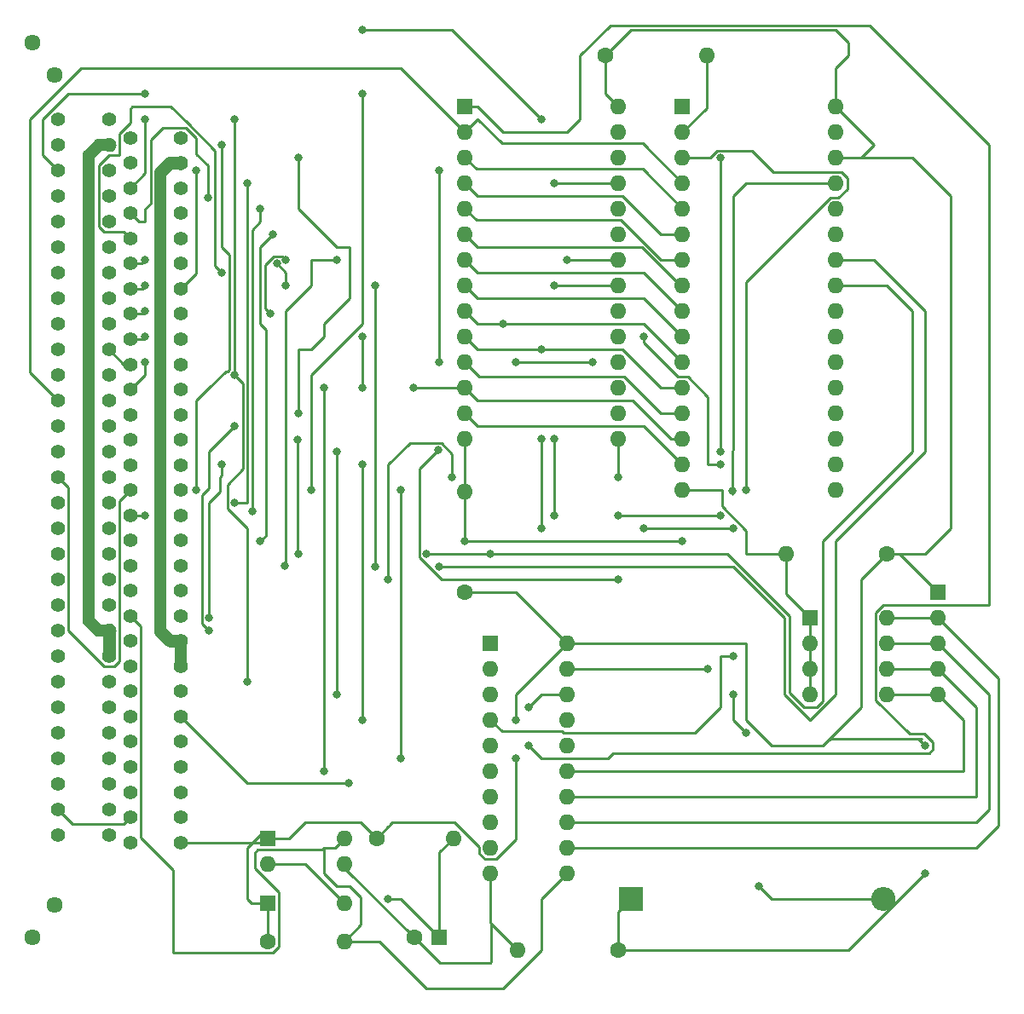
<source format=gbr>
%TF.GenerationSoftware,KiCad,Pcbnew,(5.1.10)-1*%
%TF.CreationDate,2022-01-02T16:59:21+01:00*%
%TF.ProjectId,BasicROM,42617369-6352-44f4-9d2e-6b696361645f,rev?*%
%TF.SameCoordinates,Original*%
%TF.FileFunction,Copper,L1,Top*%
%TF.FilePolarity,Positive*%
%FSLAX46Y46*%
G04 Gerber Fmt 4.6, Leading zero omitted, Abs format (unit mm)*
G04 Created by KiCad (PCBNEW (5.1.10)-1) date 2022-01-02 16:59:21*
%MOMM*%
%LPD*%
G01*
G04 APERTURE LIST*
%TA.AperFunction,ComponentPad*%
%ADD10O,2.400000X2.400000*%
%TD*%
%TA.AperFunction,ComponentPad*%
%ADD11R,2.400000X2.400000*%
%TD*%
%TA.AperFunction,SMDPad,CuDef*%
%ADD12C,0.100000*%
%TD*%
%TA.AperFunction,ComponentPad*%
%ADD13C,1.400000*%
%TD*%
%TA.AperFunction,ComponentPad*%
%ADD14C,1.610000*%
%TD*%
%TA.AperFunction,ComponentPad*%
%ADD15O,1.600000X1.600000*%
%TD*%
%TA.AperFunction,ComponentPad*%
%ADD16R,1.600000X1.600000*%
%TD*%
%TA.AperFunction,ComponentPad*%
%ADD17C,1.600000*%
%TD*%
%TA.AperFunction,ViaPad*%
%ADD18C,0.800000*%
%TD*%
%TA.AperFunction,Conductor*%
%ADD19C,0.250000*%
%TD*%
G04 APERTURE END LIST*
D10*
%TO.P,C6,2*%
%TO.N,GND*%
X163430000Y-139700000D03*
D11*
%TO.P,C6,1*%
%TO.N,+5P*%
X138430000Y-139700000D03*
%TD*%
%TA.AperFunction,SMDPad,CuDef*%
D12*
%TO.P,X1,C21*%
%TO.N,GND*%
G36*
X94392424Y-114162711D02*
G01*
X94379022Y-114230086D01*
X94359081Y-114295823D01*
X94332793Y-114359289D01*
X94325000Y-114373868D01*
X94325000Y-116560000D01*
X94324939Y-116568726D01*
X94321105Y-116629668D01*
X94311342Y-116689945D01*
X94295744Y-116748981D01*
X94274460Y-116806214D01*
X94247692Y-116861096D01*
X94215696Y-116913104D01*
X94178778Y-116961742D01*
X94137290Y-117006545D01*
X94091627Y-117047086D01*
X94042227Y-117082978D01*
X93989560Y-117113877D01*
X93934129Y-117139490D01*
X93876463Y-117159571D01*
X93817113Y-117173930D01*
X93756645Y-117182428D01*
X93695637Y-117184985D01*
X93634670Y-117181576D01*
X93574326Y-117172235D01*
X93515182Y-117157049D01*
X93457803Y-117136164D01*
X93402735Y-117109780D01*
X93350504Y-117078148D01*
X93301610Y-117041571D01*
X93256518Y-117000396D01*
X93215660Y-116955018D01*
X93179424Y-116905870D01*
X93148158Y-116853420D01*
X93122159Y-116798169D01*
X93101675Y-116740645D01*
X93086903Y-116681396D01*
X93077983Y-116620989D01*
X93075000Y-116560000D01*
X93075000Y-114373868D01*
X93067207Y-114359289D01*
X93040919Y-114295823D01*
X93020978Y-114230086D01*
X93007576Y-114162711D01*
X93000843Y-114094347D01*
X93000843Y-114025653D01*
X93007576Y-113957289D01*
X93020978Y-113889914D01*
X93040919Y-113824177D01*
X93067207Y-113760711D01*
X93099590Y-113700128D01*
X93137755Y-113643010D01*
X93181334Y-113589909D01*
X93229909Y-113541334D01*
X93283010Y-113497755D01*
X93340128Y-113459590D01*
X93400711Y-113427207D01*
X93464177Y-113400919D01*
X93529914Y-113380978D01*
X93597289Y-113367576D01*
X93665653Y-113360843D01*
X93734347Y-113360843D01*
X93802711Y-113367576D01*
X93870086Y-113380978D01*
X93935823Y-113400919D01*
X93999289Y-113427207D01*
X94059872Y-113459590D01*
X94116990Y-113497755D01*
X94170091Y-113541334D01*
X94218666Y-113589909D01*
X94262245Y-113643010D01*
X94300410Y-113700128D01*
X94332793Y-113760711D01*
X94359081Y-113824177D01*
X94379022Y-113889914D01*
X94392424Y-113957289D01*
X94399157Y-114025653D01*
X94399157Y-114094347D01*
X94392424Y-114162711D01*
G37*
%TD.AperFunction*%
%TA.AperFunction,SMDPad,CuDef*%
G36*
X87292424Y-113112711D02*
G01*
X87279022Y-113180086D01*
X87259081Y-113245823D01*
X87232793Y-113309289D01*
X87225000Y-113323868D01*
X87225000Y-115560000D01*
X87224939Y-115568726D01*
X87221105Y-115629668D01*
X87211342Y-115689945D01*
X87195744Y-115748981D01*
X87174460Y-115806214D01*
X87147692Y-115861096D01*
X87115696Y-115913104D01*
X87078778Y-115961742D01*
X87037290Y-116006545D01*
X86991627Y-116047086D01*
X86942227Y-116082978D01*
X86889560Y-116113877D01*
X86834129Y-116139490D01*
X86776463Y-116159571D01*
X86717113Y-116173930D01*
X86656645Y-116182428D01*
X86595637Y-116184985D01*
X86534670Y-116181576D01*
X86474326Y-116172235D01*
X86415182Y-116157049D01*
X86357803Y-116136164D01*
X86302735Y-116109780D01*
X86250504Y-116078148D01*
X86201610Y-116041571D01*
X86156518Y-116000396D01*
X86115660Y-115955018D01*
X86079424Y-115905870D01*
X86048158Y-115853420D01*
X86022159Y-115798169D01*
X86001675Y-115740645D01*
X85986903Y-115681396D01*
X85977983Y-115620989D01*
X85975000Y-115560000D01*
X85975000Y-113323868D01*
X85967207Y-113309289D01*
X85940919Y-113245823D01*
X85920978Y-113180086D01*
X85907576Y-113112711D01*
X85900843Y-113044347D01*
X85900843Y-112975653D01*
X85907576Y-112907289D01*
X85920978Y-112839914D01*
X85940919Y-112774177D01*
X85967207Y-112710711D01*
X85999590Y-112650128D01*
X86037755Y-112593010D01*
X86081334Y-112539909D01*
X86129909Y-112491334D01*
X86183010Y-112447755D01*
X86240128Y-112409590D01*
X86300711Y-112377207D01*
X86364177Y-112350919D01*
X86429914Y-112330978D01*
X86497289Y-112317576D01*
X86565653Y-112310843D01*
X86634347Y-112310843D01*
X86702711Y-112317576D01*
X86770086Y-112330978D01*
X86835823Y-112350919D01*
X86899289Y-112377207D01*
X86959872Y-112409590D01*
X87016990Y-112447755D01*
X87070091Y-112491334D01*
X87118666Y-112539909D01*
X87162245Y-112593010D01*
X87200410Y-112650128D01*
X87232793Y-112710711D01*
X87259081Y-112774177D01*
X87279022Y-112839914D01*
X87292424Y-112907289D01*
X87299157Y-112975653D01*
X87299157Y-113044347D01*
X87292424Y-113112711D01*
G37*
%TD.AperFunction*%
%TA.AperFunction,SMDPad,CuDef*%
%TO.P,X1,C02*%
G36*
X94392424Y-66662711D02*
G01*
X94379022Y-66730086D01*
X94359081Y-66795823D01*
X94332793Y-66859289D01*
X94300410Y-66919872D01*
X94262245Y-66976990D01*
X94218666Y-67030091D01*
X94170091Y-67078666D01*
X94116990Y-67122245D01*
X94059872Y-67160410D01*
X93999289Y-67192793D01*
X93935823Y-67219081D01*
X93870086Y-67239022D01*
X93802711Y-67252424D01*
X93734347Y-67259157D01*
X93665653Y-67259157D01*
X93597289Y-67252424D01*
X93529914Y-67239022D01*
X93464177Y-67219081D01*
X93400711Y-67192793D01*
X93386132Y-67185000D01*
X92908884Y-67185000D01*
X92275000Y-67818883D01*
X92275000Y-112801116D01*
X92908883Y-113435000D01*
X93700000Y-113435000D01*
X93708726Y-113435061D01*
X93769668Y-113438895D01*
X93829945Y-113448658D01*
X93888981Y-113464256D01*
X93946214Y-113485540D01*
X94001096Y-113512308D01*
X94053104Y-113544304D01*
X94101742Y-113581222D01*
X94146545Y-113622710D01*
X94187086Y-113668373D01*
X94222978Y-113717773D01*
X94253877Y-113770440D01*
X94279490Y-113825871D01*
X94299571Y-113883537D01*
X94313930Y-113942887D01*
X94322428Y-114003355D01*
X94324985Y-114064363D01*
X94321576Y-114125330D01*
X94312235Y-114185674D01*
X94297049Y-114244818D01*
X94276164Y-114302197D01*
X94249780Y-114357265D01*
X94218148Y-114409496D01*
X94181571Y-114458390D01*
X94140396Y-114503482D01*
X94095018Y-114544340D01*
X94045870Y-114580576D01*
X93993420Y-114611842D01*
X93938169Y-114637841D01*
X93880645Y-114658325D01*
X93821396Y-114673097D01*
X93760989Y-114682017D01*
X93700000Y-114685000D01*
X92650000Y-114685000D01*
X92648033Y-114684986D01*
X92647818Y-114684996D01*
X92647570Y-114684983D01*
X92641274Y-114684939D01*
X92614037Y-114683225D01*
X92586840Y-114681800D01*
X92583606Y-114681311D01*
X92580332Y-114681105D01*
X92553428Y-114676747D01*
X92526465Y-114672670D01*
X92523283Y-114671865D01*
X92520055Y-114671342D01*
X92493750Y-114664392D01*
X92467268Y-114657691D01*
X92464179Y-114656579D01*
X92461019Y-114655744D01*
X92435492Y-114646251D01*
X92409816Y-114637007D01*
X92406858Y-114635602D01*
X92403786Y-114634460D01*
X92379270Y-114622503D01*
X92354656Y-114610815D01*
X92351849Y-114609128D01*
X92348904Y-114607692D01*
X92325678Y-114593403D01*
X92302315Y-114579365D01*
X92299686Y-114577412D01*
X92296896Y-114575696D01*
X92275153Y-114559192D01*
X92253294Y-114542958D01*
X92250874Y-114540763D01*
X92248258Y-114538778D01*
X92228220Y-114520222D01*
X92208059Y-114501942D01*
X91208058Y-113501942D01*
X91206675Y-113500539D01*
X91206518Y-113500396D01*
X91206353Y-113500213D01*
X91201931Y-113495728D01*
X91183895Y-113475270D01*
X91165660Y-113455018D01*
X91163718Y-113452385D01*
X91161550Y-113449925D01*
X91145613Y-113427828D01*
X91129424Y-113405870D01*
X91127743Y-113403050D01*
X91125831Y-113400399D01*
X91112141Y-113376877D01*
X91098158Y-113353420D01*
X91096762Y-113350452D01*
X91095116Y-113347625D01*
X91083764Y-113322831D01*
X91072159Y-113298169D01*
X91071062Y-113295089D01*
X91069696Y-113292105D01*
X91060808Y-113266292D01*
X91051675Y-113240645D01*
X91050883Y-113237470D01*
X91049816Y-113234370D01*
X91043498Y-113207850D01*
X91036903Y-113181396D01*
X91036424Y-113178152D01*
X91035666Y-113174970D01*
X91031966Y-113147960D01*
X91027983Y-113120989D01*
X91027823Y-113117723D01*
X91027378Y-113114473D01*
X91026330Y-113087193D01*
X91025000Y-113060000D01*
X91025000Y-67560000D01*
X91025014Y-67558033D01*
X91025004Y-67557818D01*
X91025017Y-67557570D01*
X91025061Y-67551274D01*
X91026775Y-67524037D01*
X91028200Y-67496840D01*
X91028689Y-67493606D01*
X91028895Y-67490332D01*
X91033253Y-67463428D01*
X91037330Y-67436465D01*
X91038135Y-67433283D01*
X91038658Y-67430055D01*
X91045608Y-67403750D01*
X91052309Y-67377268D01*
X91053421Y-67374179D01*
X91054256Y-67371019D01*
X91063749Y-67345492D01*
X91072993Y-67319816D01*
X91074398Y-67316858D01*
X91075540Y-67313786D01*
X91087497Y-67289270D01*
X91099185Y-67264656D01*
X91100872Y-67261849D01*
X91102308Y-67258904D01*
X91116597Y-67235678D01*
X91130635Y-67212315D01*
X91132588Y-67209686D01*
X91134304Y-67206896D01*
X91150808Y-67185153D01*
X91167042Y-67163294D01*
X91169237Y-67160874D01*
X91171222Y-67158258D01*
X91189778Y-67138220D01*
X91208058Y-67118059D01*
X92208058Y-66118058D01*
X92209461Y-66116675D01*
X92209604Y-66116518D01*
X92209787Y-66116353D01*
X92214272Y-66111931D01*
X92234730Y-66093895D01*
X92254982Y-66075660D01*
X92257615Y-66073718D01*
X92260075Y-66071550D01*
X92282172Y-66055613D01*
X92304130Y-66039424D01*
X92306950Y-66037743D01*
X92309601Y-66035831D01*
X92333123Y-66022141D01*
X92356580Y-66008158D01*
X92359548Y-66006762D01*
X92362375Y-66005116D01*
X92387169Y-65993764D01*
X92411831Y-65982159D01*
X92414911Y-65981062D01*
X92417895Y-65979696D01*
X92443708Y-65970808D01*
X92469355Y-65961675D01*
X92472530Y-65960883D01*
X92475630Y-65959816D01*
X92502150Y-65953498D01*
X92528604Y-65946903D01*
X92531848Y-65946424D01*
X92535030Y-65945666D01*
X92562040Y-65941966D01*
X92589011Y-65937983D01*
X92592277Y-65937823D01*
X92595527Y-65937378D01*
X92622807Y-65936330D01*
X92650000Y-65935000D01*
X93386132Y-65935000D01*
X93400711Y-65927207D01*
X93464177Y-65900919D01*
X93529914Y-65880978D01*
X93597289Y-65867576D01*
X93665653Y-65860843D01*
X93734347Y-65860843D01*
X93802711Y-65867576D01*
X93870086Y-65880978D01*
X93935823Y-65900919D01*
X93999289Y-65927207D01*
X94059872Y-65959590D01*
X94116990Y-65997755D01*
X94170091Y-66041334D01*
X94218666Y-66089909D01*
X94262245Y-66143010D01*
X94300410Y-66200128D01*
X94332793Y-66260711D01*
X94359081Y-66324177D01*
X94379022Y-66389914D01*
X94392424Y-66457289D01*
X94399157Y-66525653D01*
X94399157Y-66594347D01*
X94392424Y-66662711D01*
G37*
%TD.AperFunction*%
%TA.AperFunction,SMDPad,CuDef*%
G36*
X87292424Y-64862711D02*
G01*
X87279022Y-64930086D01*
X87259081Y-64995823D01*
X87232793Y-65059289D01*
X87200410Y-65119872D01*
X87162245Y-65176990D01*
X87118666Y-65230091D01*
X87070091Y-65278666D01*
X87016990Y-65322245D01*
X86959872Y-65360410D01*
X86899289Y-65392793D01*
X86835823Y-65419081D01*
X86770086Y-65439022D01*
X86702711Y-65452424D01*
X86634347Y-65459157D01*
X86565653Y-65459157D01*
X86497289Y-65452424D01*
X86429914Y-65439022D01*
X86364177Y-65419081D01*
X86300711Y-65392793D01*
X86286132Y-65385000D01*
X85808884Y-65385000D01*
X85175000Y-66018883D01*
X85175000Y-111751116D01*
X85808883Y-112385000D01*
X86600000Y-112385000D01*
X86608726Y-112385061D01*
X86669668Y-112388895D01*
X86729945Y-112398658D01*
X86788981Y-112414256D01*
X86846214Y-112435540D01*
X86901096Y-112462308D01*
X86953104Y-112494304D01*
X87001742Y-112531222D01*
X87046545Y-112572710D01*
X87087086Y-112618373D01*
X87122978Y-112667773D01*
X87153877Y-112720440D01*
X87179490Y-112775871D01*
X87199571Y-112833537D01*
X87213930Y-112892887D01*
X87222428Y-112953355D01*
X87224985Y-113014363D01*
X87221576Y-113075330D01*
X87212235Y-113135674D01*
X87197049Y-113194818D01*
X87176164Y-113252197D01*
X87149780Y-113307265D01*
X87118148Y-113359496D01*
X87081571Y-113408390D01*
X87040396Y-113453482D01*
X86995018Y-113494340D01*
X86945870Y-113530576D01*
X86893420Y-113561842D01*
X86838169Y-113587841D01*
X86780645Y-113608325D01*
X86721396Y-113623097D01*
X86660989Y-113632017D01*
X86600000Y-113635000D01*
X85550000Y-113635000D01*
X85548033Y-113634986D01*
X85547818Y-113634996D01*
X85547570Y-113634983D01*
X85541274Y-113634939D01*
X85514037Y-113633225D01*
X85486840Y-113631800D01*
X85483606Y-113631311D01*
X85480332Y-113631105D01*
X85453428Y-113626747D01*
X85426465Y-113622670D01*
X85423283Y-113621865D01*
X85420055Y-113621342D01*
X85393750Y-113614392D01*
X85367268Y-113607691D01*
X85364179Y-113606579D01*
X85361019Y-113605744D01*
X85335492Y-113596251D01*
X85309816Y-113587007D01*
X85306858Y-113585602D01*
X85303786Y-113584460D01*
X85279270Y-113572503D01*
X85254656Y-113560815D01*
X85251849Y-113559128D01*
X85248904Y-113557692D01*
X85225678Y-113543403D01*
X85202315Y-113529365D01*
X85199686Y-113527412D01*
X85196896Y-113525696D01*
X85175153Y-113509192D01*
X85153294Y-113492958D01*
X85150874Y-113490763D01*
X85148258Y-113488778D01*
X85128220Y-113470222D01*
X85108059Y-113451942D01*
X84108058Y-112451942D01*
X84106675Y-112450539D01*
X84106518Y-112450396D01*
X84106353Y-112450213D01*
X84101931Y-112445728D01*
X84083895Y-112425270D01*
X84065660Y-112405018D01*
X84063718Y-112402385D01*
X84061550Y-112399925D01*
X84045613Y-112377828D01*
X84029424Y-112355870D01*
X84027743Y-112353050D01*
X84025831Y-112350399D01*
X84012141Y-112326877D01*
X83998158Y-112303420D01*
X83996762Y-112300452D01*
X83995116Y-112297625D01*
X83983764Y-112272831D01*
X83972159Y-112248169D01*
X83971062Y-112245089D01*
X83969696Y-112242105D01*
X83960808Y-112216292D01*
X83951675Y-112190645D01*
X83950883Y-112187470D01*
X83949816Y-112184370D01*
X83943498Y-112157850D01*
X83936903Y-112131396D01*
X83936424Y-112128152D01*
X83935666Y-112124970D01*
X83931966Y-112097960D01*
X83927983Y-112070989D01*
X83927823Y-112067723D01*
X83927378Y-112064473D01*
X83926330Y-112037193D01*
X83925000Y-112010000D01*
X83925000Y-65760000D01*
X83925014Y-65758033D01*
X83925004Y-65757818D01*
X83925017Y-65757570D01*
X83925061Y-65751274D01*
X83926775Y-65724037D01*
X83928200Y-65696840D01*
X83928689Y-65693606D01*
X83928895Y-65690332D01*
X83933253Y-65663428D01*
X83937330Y-65636465D01*
X83938135Y-65633283D01*
X83938658Y-65630055D01*
X83945608Y-65603750D01*
X83952309Y-65577268D01*
X83953421Y-65574179D01*
X83954256Y-65571019D01*
X83963749Y-65545492D01*
X83972993Y-65519816D01*
X83974398Y-65516858D01*
X83975540Y-65513786D01*
X83987497Y-65489270D01*
X83999185Y-65464656D01*
X84000872Y-65461849D01*
X84002308Y-65458904D01*
X84016597Y-65435678D01*
X84030635Y-65412315D01*
X84032588Y-65409686D01*
X84034304Y-65406896D01*
X84050808Y-65385153D01*
X84067042Y-65363294D01*
X84069237Y-65360874D01*
X84071222Y-65358258D01*
X84089778Y-65338220D01*
X84108058Y-65318059D01*
X85108058Y-64318058D01*
X85109461Y-64316675D01*
X85109604Y-64316518D01*
X85109787Y-64316353D01*
X85114272Y-64311931D01*
X85134730Y-64293895D01*
X85154982Y-64275660D01*
X85157615Y-64273718D01*
X85160075Y-64271550D01*
X85182172Y-64255613D01*
X85204130Y-64239424D01*
X85206950Y-64237743D01*
X85209601Y-64235831D01*
X85233123Y-64222141D01*
X85256580Y-64208158D01*
X85259548Y-64206762D01*
X85262375Y-64205116D01*
X85287169Y-64193764D01*
X85311831Y-64182159D01*
X85314911Y-64181062D01*
X85317895Y-64179696D01*
X85343708Y-64170808D01*
X85369355Y-64161675D01*
X85372530Y-64160883D01*
X85375630Y-64159816D01*
X85402150Y-64153498D01*
X85428604Y-64146903D01*
X85431848Y-64146424D01*
X85435030Y-64145666D01*
X85462040Y-64141966D01*
X85489011Y-64137983D01*
X85492277Y-64137823D01*
X85495527Y-64137378D01*
X85522807Y-64136330D01*
X85550000Y-64135000D01*
X86286132Y-64135000D01*
X86300711Y-64127207D01*
X86364177Y-64100919D01*
X86429914Y-64080978D01*
X86497289Y-64067576D01*
X86565653Y-64060843D01*
X86634347Y-64060843D01*
X86702711Y-64067576D01*
X86770086Y-64080978D01*
X86835823Y-64100919D01*
X86899289Y-64127207D01*
X86959872Y-64159590D01*
X87016990Y-64197755D01*
X87070091Y-64241334D01*
X87118666Y-64289909D01*
X87162245Y-64343010D01*
X87200410Y-64400128D01*
X87232793Y-64460711D01*
X87259081Y-64524177D01*
X87279022Y-64589914D01*
X87292424Y-64657289D01*
X87299157Y-64725653D01*
X87299157Y-64794347D01*
X87292424Y-64862711D01*
G37*
%TD.AperFunction*%
D13*
%TO.P,X1,A03*%
%TO.N,Net-(X1-PadA03)*%
X81508600Y-67310000D03*
%TO.P,X1,A29*%
%TO.N,+5P*%
X88700000Y-134060000D03*
%TO.P,X1,A28*%
%TO.N,Net-(X1-PadA28)*%
X88700000Y-131560000D03*
%TO.P,X1,A27*%
%TO.N,Net-(X1-PadA27)*%
X88700000Y-129060000D03*
%TO.P,X1,A26*%
%TO.N,Net-(X1-PadA26)*%
X88700000Y-126560000D03*
%TO.P,X1,A25*%
%TO.N,Net-(X1-PadA25)*%
X88700000Y-124060000D03*
%TO.P,X1,A24*%
%TO.N,Net-(X1-PadA24)*%
X88700000Y-121560000D03*
%TO.P,X1,A23*%
%TO.N,Net-(X1-PadA23)*%
X88700000Y-119060000D03*
%TO.P,X1,A22*%
%TO.N,Net-(X1-PadA22)*%
X88700000Y-116560000D03*
%TO.P,X1,A21*%
%TO.N,Net-(X1-PadA21)*%
X88700000Y-114060000D03*
%TO.P,X1,A20*%
%TO.N,Net-(R2-Pad2)*%
X88700000Y-111560000D03*
%TO.P,X1,A19*%
%TO.N,/AB_00*%
X88700000Y-109060000D03*
%TO.P,X1,A18*%
%TO.N,Net-(U2-Pad8)*%
X88700000Y-106560000D03*
%TO.P,X1,A17*%
%TO.N,Net-(U2-Pad6)*%
X88700000Y-104060000D03*
%TO.P,X1,A16*%
%TO.N,Net-(U2-Pad4)*%
X88700000Y-101560000D03*
%TO.P,X1,A15*%
%TO.N,Net-(X1-PadA15)*%
X88700000Y-99060000D03*
%TO.P,X1,A14*%
%TO.N,Net-(U2-Pad25)*%
X88700000Y-96560000D03*
%TO.P,X1,A13*%
%TO.N,Net-(U2-Pad21)*%
X88700000Y-94060000D03*
%TO.P,X1,A12*%
%TO.N,Net-(U1-Pad2)*%
X88700000Y-91560000D03*
%TO.P,X1,A11*%
%TO.N,Net-(U1-Pad4)*%
X88700000Y-89060000D03*
%TO.P,X1,A10*%
%TO.N,Net-(X1-PadA10)*%
X88700000Y-86560000D03*
%TO.P,X1,A09*%
%TO.N,Net-(U1-Pad6)*%
X88700000Y-84060000D03*
%TO.P,X1,A08*%
%TO.N,Net-(U3-Pad29)*%
X88700000Y-81560000D03*
%TO.P,X1,A07*%
%TO.N,Net-(U2-Pad12)*%
X88700000Y-79060000D03*
%TO.P,X1,A06*%
%TO.N,Net-(U2-Pad15)*%
X88700000Y-76560000D03*
%TO.P,X1,A05*%
%TO.N,Net-(U2-Pad17)*%
X88700000Y-74060000D03*
%TO.P,X1,A04*%
%TO.N,Net-(U2-Pad19)*%
X88700000Y-71560000D03*
%TO.P,X1,A03*%
%TO.N,Net-(X1-PadA03)*%
X88700000Y-69060000D03*
%TO.P,X1,A02*%
%TO.N,GND*%
X88700000Y-66560000D03*
%TO.P,X1,A01*%
X88700000Y-64060000D03*
%TO.P,X1,C29*%
%TO.N,+5P*%
X93700000Y-134060000D03*
%TO.P,X1,C28*%
%TO.N,Net-(X1-PadC28)*%
X93700000Y-131560000D03*
%TO.P,X1,C27*%
%TO.N,Net-(X1-PadA27)*%
X93700000Y-129060000D03*
%TO.P,X1,C26*%
%TO.N,Net-(X1-PadC26)*%
X93700000Y-126560000D03*
%TO.P,X1,C25*%
%TO.N,Net-(X1-PadC25)*%
X93700000Y-124060000D03*
%TO.P,X1,C24*%
%TO.N,Net-(U1-Pad9)*%
X93700000Y-121560000D03*
%TO.P,X1,C23*%
%TO.N,Net-(X1-PadC23)*%
X93700000Y-119060000D03*
%TO.P,X1,C22*%
%TO.N,GND*%
X93700000Y-116560000D03*
%TO.P,X1,C21*%
X93700000Y-114060000D03*
%TO.P,X1,C20*%
%TO.N,Net-(X1-PadC20)*%
X93700000Y-111560000D03*
%TO.P,X1,C19*%
%TO.N,Net-(U2-Pad9)*%
X93700000Y-109060000D03*
%TO.P,X1,C18*%
%TO.N,Net-(U2-Pad7)*%
X93700000Y-106560000D03*
%TO.P,X1,C17*%
%TO.N,Net-(U2-Pad5)*%
X93700000Y-104060000D03*
%TO.P,X1,C16*%
%TO.N,Net-(U2-Pad3)*%
X93700000Y-101560000D03*
%TO.P,X1,C15*%
%TO.N,Net-(X1-PadC15)*%
X93700000Y-99060000D03*
%TO.P,X1,C14*%
%TO.N,Net-(U2-Pad24)*%
X93700000Y-96560000D03*
%TO.P,X1,C13*%
%TO.N,Net-(U1-Pad1)*%
X93700000Y-94060000D03*
%TO.P,X1,C12*%
%TO.N,Net-(U1-Pad3)*%
X93700000Y-91560000D03*
%TO.P,X1,C11*%
%TO.N,Net-(U1-Pad5)*%
X93700000Y-89060000D03*
%TO.P,X1,C10*%
%TO.N,Net-(X1-PadA10)*%
X93700000Y-86560000D03*
%TO.P,X1,C09*%
%TO.N,Net-(U1-Pad7)*%
X93700000Y-84060000D03*
%TO.P,X1,C08*%
%TO.N,Net-(U2-Pad22)*%
X93700000Y-81560000D03*
%TO.P,X1,C07*%
%TO.N,Net-(U2-Pad11)*%
X93700000Y-79060000D03*
%TO.P,X1,C06*%
%TO.N,Net-(U2-Pad13)*%
X93700000Y-76560000D03*
%TO.P,X1,C05*%
%TO.N,Net-(U2-Pad16)*%
X93700000Y-74060000D03*
%TO.P,X1,C04*%
%TO.N,Net-(U2-Pad18)*%
X93700000Y-71560000D03*
%TO.P,X1,C03*%
%TO.N,Net-(X1-PadC03)*%
X93700000Y-69060000D03*
%TO.P,X1,C02*%
%TO.N,GND*%
X93700000Y-66560000D03*
%TO.P,X1,C01*%
X93700000Y-64060000D03*
D14*
%TO.P,X1,*%
%TO.N,*%
X81200000Y-140310000D03*
X81200000Y-57810000D03*
D13*
%TO.P,X1,C29*%
%TO.N,+5P*%
X86588600Y-133350000D03*
%TO.P,X1,C28*%
%TO.N,Net-(X1-PadC28)*%
X86588600Y-130810000D03*
%TO.P,X1,C27*%
%TO.N,Net-(X1-PadA27)*%
X86588600Y-128270000D03*
%TO.P,X1,C26*%
%TO.N,Net-(X1-PadC26)*%
X86588600Y-125730000D03*
%TO.P,X1,C25*%
%TO.N,Net-(X1-PadC25)*%
X86588600Y-123190000D03*
%TO.P,X1,C24*%
%TO.N,Net-(U1-Pad9)*%
X86588600Y-120650000D03*
%TO.P,X1,C23*%
%TO.N,Net-(X1-PadC23)*%
X86588600Y-118110000D03*
%TO.P,X1,C22*%
%TO.N,GND*%
X86588600Y-115570000D03*
%TO.P,X1,C21*%
X86588600Y-113030000D03*
%TO.P,X1,C20*%
%TO.N,Net-(X1-PadC20)*%
X86588600Y-110490000D03*
%TO.P,X1,C19*%
%TO.N,Net-(U2-Pad9)*%
X86588600Y-107950000D03*
%TO.P,X1,C18*%
%TO.N,Net-(U2-Pad7)*%
X86588600Y-105410000D03*
%TO.P,X1,C17*%
%TO.N,Net-(U2-Pad5)*%
X86588600Y-102870000D03*
%TO.P,X1,C16*%
%TO.N,Net-(U2-Pad3)*%
X86588600Y-100330000D03*
%TO.P,X1,C15*%
%TO.N,Net-(X1-PadC15)*%
X86588600Y-97790000D03*
%TO.P,X1,C14*%
%TO.N,Net-(U2-Pad24)*%
X86588600Y-95250000D03*
%TO.P,X1,C13*%
%TO.N,Net-(U1-Pad1)*%
X86588600Y-92710000D03*
%TO.P,X1,C12*%
%TO.N,Net-(U1-Pad3)*%
X86588600Y-90170000D03*
%TO.P,X1,C11*%
%TO.N,Net-(U1-Pad5)*%
X86588600Y-87630000D03*
%TO.P,X1,C10*%
%TO.N,Net-(X1-PadA10)*%
X86588600Y-85090000D03*
%TO.P,X1,C09*%
%TO.N,Net-(U1-Pad7)*%
X86588600Y-82550000D03*
%TO.P,X1,C08*%
%TO.N,Net-(U2-Pad22)*%
X86588600Y-80010000D03*
%TO.P,X1,C07*%
%TO.N,Net-(U2-Pad11)*%
X86588600Y-77470000D03*
%TO.P,X1,C06*%
%TO.N,Net-(U2-Pad13)*%
X86588600Y-74930000D03*
%TO.P,X1,C05*%
%TO.N,Net-(U2-Pad16)*%
X86588600Y-72390000D03*
%TO.P,X1,C04*%
%TO.N,Net-(U2-Pad18)*%
X86588600Y-69850000D03*
%TO.P,X1,C03*%
%TO.N,Net-(X1-PadC03)*%
X86588600Y-67310000D03*
%TO.P,X1,C02*%
%TO.N,GND*%
X86588600Y-64770000D03*
%TO.P,X1,C01*%
X86588600Y-62230000D03*
%TO.P,X1,A29*%
%TO.N,+5P*%
X81508600Y-133350000D03*
%TO.P,X1,A28*%
%TO.N,Net-(X1-PadA28)*%
X81508600Y-130810000D03*
%TO.P,X1,A27*%
%TO.N,Net-(X1-PadA27)*%
X81508600Y-128270000D03*
%TO.P,X1,A26*%
%TO.N,Net-(X1-PadA26)*%
X81508600Y-125730000D03*
%TO.P,X1,A25*%
%TO.N,Net-(X1-PadA25)*%
X81508600Y-123190000D03*
%TO.P,X1,A24*%
%TO.N,Net-(X1-PadA24)*%
X81508600Y-120650000D03*
%TO.P,X1,A23*%
%TO.N,Net-(X1-PadA23)*%
X81508600Y-118110000D03*
%TO.P,X1,A22*%
%TO.N,Net-(X1-PadA22)*%
X81508600Y-115570000D03*
%TO.P,X1,A21*%
%TO.N,Net-(X1-PadA21)*%
X81508600Y-113030000D03*
%TO.P,X1,A20*%
%TO.N,Net-(R2-Pad2)*%
X81508600Y-110490000D03*
%TO.P,X1,A19*%
%TO.N,/AB_00*%
X81508600Y-107950000D03*
%TO.P,X1,A18*%
%TO.N,Net-(U2-Pad8)*%
X81508600Y-105410000D03*
%TO.P,X1,A17*%
%TO.N,Net-(U2-Pad6)*%
X81508600Y-102870000D03*
%TO.P,X1,A16*%
%TO.N,Net-(U2-Pad4)*%
X81508600Y-100330000D03*
%TO.P,X1,A15*%
%TO.N,Net-(X1-PadA15)*%
X81508600Y-97790000D03*
%TO.P,X1,A14*%
%TO.N,Net-(U2-Pad25)*%
X81508600Y-95250000D03*
%TO.P,X1,A13*%
%TO.N,Net-(U2-Pad21)*%
X81508600Y-92710000D03*
%TO.P,X1,A12*%
%TO.N,Net-(U1-Pad2)*%
X81508600Y-90170000D03*
%TO.P,X1,A11*%
%TO.N,Net-(U1-Pad4)*%
X81508600Y-87630000D03*
%TO.P,X1,A10*%
%TO.N,Net-(X1-PadA10)*%
X81508600Y-85090000D03*
%TO.P,X1,A09*%
%TO.N,Net-(U1-Pad6)*%
X81508600Y-82550000D03*
%TO.P,X1,A08*%
%TO.N,Net-(U3-Pad29)*%
X81508600Y-80010000D03*
%TO.P,X1,A07*%
%TO.N,Net-(U2-Pad12)*%
X81508600Y-77470000D03*
%TO.P,X1,A06*%
%TO.N,Net-(U2-Pad15)*%
X81508600Y-74930000D03*
%TO.P,X1,A05*%
%TO.N,Net-(U2-Pad17)*%
X81508600Y-72390000D03*
%TO.P,X1,A04*%
%TO.N,Net-(U2-Pad19)*%
X81508600Y-69850000D03*
%TO.P,X1,A02*%
%TO.N,GND*%
X81508600Y-64770000D03*
%TO.P,X1,A01*%
X81508600Y-62230000D03*
D14*
%TO.P,X1,*%
%TO.N,*%
X78968600Y-143510000D03*
X78968600Y-54610000D03*
%TD*%
D15*
%TO.P,U2,28*%
%TO.N,+5P*%
X137160000Y-60960000D03*
%TO.P,U2,14*%
%TO.N,GND*%
X121920000Y-93980000D03*
%TO.P,U2,27*%
%TO.N,Net-(U1-Pad16)*%
X137160000Y-63500000D03*
%TO.P,U2,13*%
%TO.N,Net-(U2-Pad13)*%
X121920000Y-91440000D03*
%TO.P,U2,26*%
%TO.N,Net-(U1-Pad3)*%
X137160000Y-66040000D03*
%TO.P,U2,12*%
%TO.N,Net-(U2-Pad12)*%
X121920000Y-88900000D03*
%TO.P,U2,25*%
%TO.N,Net-(U2-Pad25)*%
X137160000Y-68580000D03*
%TO.P,U2,11*%
%TO.N,Net-(U2-Pad11)*%
X121920000Y-86360000D03*
%TO.P,U2,24*%
%TO.N,Net-(U2-Pad24)*%
X137160000Y-71120000D03*
%TO.P,U2,10*%
%TO.N,/AB_00*%
X121920000Y-83820000D03*
%TO.P,U2,23*%
%TO.N,Net-(U1-Pad1)*%
X137160000Y-73660000D03*
%TO.P,U2,9*%
%TO.N,Net-(U2-Pad9)*%
X121920000Y-81280000D03*
%TO.P,U2,22*%
%TO.N,Net-(U2-Pad22)*%
X137160000Y-76200000D03*
%TO.P,U2,8*%
%TO.N,Net-(U2-Pad8)*%
X121920000Y-78740000D03*
%TO.P,U2,21*%
%TO.N,Net-(U2-Pad21)*%
X137160000Y-78740000D03*
%TO.P,U2,7*%
%TO.N,Net-(U2-Pad7)*%
X121920000Y-76200000D03*
%TO.P,U2,20*%
%TO.N,Net-(U1-Pad19)*%
X137160000Y-81280000D03*
%TO.P,U2,6*%
%TO.N,Net-(U2-Pad6)*%
X121920000Y-73660000D03*
%TO.P,U2,19*%
%TO.N,Net-(U2-Pad19)*%
X137160000Y-83820000D03*
%TO.P,U2,5*%
%TO.N,Net-(U2-Pad5)*%
X121920000Y-71120000D03*
%TO.P,U2,18*%
%TO.N,Net-(U2-Pad18)*%
X137160000Y-86360000D03*
%TO.P,U2,4*%
%TO.N,Net-(U2-Pad4)*%
X121920000Y-68580000D03*
%TO.P,U2,17*%
%TO.N,Net-(U2-Pad17)*%
X137160000Y-88900000D03*
%TO.P,U2,3*%
%TO.N,Net-(U2-Pad3)*%
X121920000Y-66040000D03*
%TO.P,U2,16*%
%TO.N,Net-(U2-Pad16)*%
X137160000Y-91440000D03*
%TO.P,U2,2*%
%TO.N,Net-(U1-Pad2)*%
X121920000Y-63500000D03*
%TO.P,U2,15*%
%TO.N,Net-(U2-Pad15)*%
X137160000Y-93980000D03*
D16*
%TO.P,U2,1*%
%TO.N,Net-(U1-Pad18)*%
X121920000Y-60960000D03*
%TD*%
D15*
%TO.P,U4,4*%
%TO.N,Net-(R2-Pad2)*%
X109964759Y-133690000D03*
%TO.P,U4,2*%
%TO.N,Net-(C5-Pad1)*%
X102344759Y-136230000D03*
%TO.P,U4,3*%
%TO.N,GND*%
X109964759Y-136230000D03*
D16*
%TO.P,U4,1*%
%TO.N,+5P*%
X102344759Y-133690000D03*
%TD*%
D15*
%TO.P,R2,2*%
%TO.N,Net-(R2-Pad2)*%
X109914759Y-143890000D03*
D17*
%TO.P,R2,1*%
%TO.N,+5P*%
X102294759Y-143890000D03*
%TD*%
D15*
%TO.P,R1,2*%
%TO.N,Net-(C5-Pad1)*%
X120764759Y-133640000D03*
D17*
%TO.P,R1,1*%
%TO.N,+5P*%
X113144759Y-133640000D03*
%TD*%
D15*
%TO.P,D1,2*%
%TO.N,Net-(C5-Pad1)*%
X109914759Y-140090000D03*
D16*
%TO.P,D1,1*%
%TO.N,+5P*%
X102294759Y-140090000D03*
%TD*%
D17*
%TO.P,C5,2*%
%TO.N,GND*%
X116880000Y-143510000D03*
D16*
%TO.P,C5,1*%
%TO.N,Net-(C5-Pad1)*%
X119380000Y-143510000D03*
%TD*%
D15*
%TO.P,U3,32*%
%TO.N,+5P*%
X158750000Y-60960000D03*
%TO.P,U3,16*%
%TO.N,GND*%
X143510000Y-99060000D03*
%TO.P,U3,31*%
%TO.N,Net-(U1-Pad5)*%
X158750000Y-63500000D03*
%TO.P,U3,15*%
%TO.N,Net-(U2-Pad13)*%
X143510000Y-96520000D03*
%TO.P,U3,30*%
%TO.N,+5P*%
X158750000Y-66040000D03*
%TO.P,U3,14*%
%TO.N,Net-(U2-Pad12)*%
X143510000Y-93980000D03*
%TO.P,U3,29*%
%TO.N,Net-(U3-Pad29)*%
X158750000Y-68580000D03*
%TO.P,U3,13*%
%TO.N,Net-(U2-Pad11)*%
X143510000Y-91440000D03*
%TO.P,U3,28*%
%TO.N,Net-(U1-Pad3)*%
X158750000Y-71120000D03*
%TO.P,U3,12*%
%TO.N,/AB_00*%
X143510000Y-88900000D03*
%TO.P,U3,27*%
%TO.N,Net-(U2-Pad25)*%
X158750000Y-73660000D03*
%TO.P,U3,11*%
%TO.N,Net-(U2-Pad9)*%
X143510000Y-86360000D03*
%TO.P,U3,26*%
%TO.N,Net-(U2-Pad24)*%
X158750000Y-76200000D03*
%TO.P,U3,10*%
%TO.N,Net-(U2-Pad8)*%
X143510000Y-83820000D03*
%TO.P,U3,25*%
%TO.N,Net-(U1-Pad1)*%
X158750000Y-78740000D03*
%TO.P,U3,9*%
%TO.N,Net-(U2-Pad7)*%
X143510000Y-81280000D03*
%TO.P,U3,24*%
%TO.N,Net-(U2-Pad22)*%
X158750000Y-81280000D03*
%TO.P,U3,8*%
%TO.N,Net-(U2-Pad6)*%
X143510000Y-78740000D03*
%TO.P,U3,23*%
%TO.N,Net-(U2-Pad21)*%
X158750000Y-83820000D03*
%TO.P,U3,7*%
%TO.N,Net-(U2-Pad5)*%
X143510000Y-76200000D03*
%TO.P,U3,22*%
%TO.N,Net-(U1-Pad17)*%
X158750000Y-86360000D03*
%TO.P,U3,6*%
%TO.N,Net-(U2-Pad4)*%
X143510000Y-73660000D03*
%TO.P,U3,21*%
%TO.N,Net-(U2-Pad19)*%
X158750000Y-88900000D03*
%TO.P,U3,5*%
%TO.N,Net-(U2-Pad3)*%
X143510000Y-71120000D03*
%TO.P,U3,20*%
%TO.N,Net-(U2-Pad18)*%
X158750000Y-91440000D03*
%TO.P,U3,4*%
%TO.N,Net-(U1-Pad2)*%
X143510000Y-68580000D03*
%TO.P,U3,19*%
%TO.N,Net-(U2-Pad17)*%
X158750000Y-93980000D03*
%TO.P,U3,3*%
%TO.N,Net-(U1-Pad4)*%
X143510000Y-66040000D03*
%TO.P,U3,18*%
%TO.N,Net-(U2-Pad16)*%
X158750000Y-96520000D03*
%TO.P,U3,2*%
%TO.N,GND*%
X143510000Y-63500000D03*
%TO.P,U3,17*%
%TO.N,Net-(U2-Pad15)*%
X158750000Y-99060000D03*
D16*
%TO.P,U3,1*%
%TO.N,Net-(U3-Pad1)*%
X143510000Y-60960000D03*
%TD*%
D15*
%TO.P,U1,20*%
%TO.N,+5P*%
X132080000Y-114300000D03*
%TO.P,U1,10*%
%TO.N,GND*%
X124460000Y-137160000D03*
%TO.P,U1,19*%
%TO.N,Net-(U1-Pad19)*%
X132080000Y-116840000D03*
%TO.P,U1,9*%
%TO.N,Net-(U1-Pad9)*%
X124460000Y-134620000D03*
%TO.P,U1,18*%
%TO.N,Net-(U1-Pad18)*%
X132080000Y-119380000D03*
%TO.P,U1,8*%
%TO.N,Net-(U1-Pad8)*%
X124460000Y-132080000D03*
%TO.P,U1,17*%
%TO.N,Net-(U1-Pad17)*%
X132080000Y-121920000D03*
%TO.P,U1,7*%
%TO.N,Net-(U1-Pad7)*%
X124460000Y-129540000D03*
%TO.P,U1,16*%
%TO.N,Net-(U1-Pad16)*%
X132080000Y-124460000D03*
%TO.P,U1,6*%
%TO.N,Net-(U1-Pad6)*%
X124460000Y-127000000D03*
%TO.P,U1,15*%
%TO.N,Net-(RN1-Pad5)*%
X132080000Y-127000000D03*
%TO.P,U1,5*%
%TO.N,Net-(U1-Pad5)*%
X124460000Y-124460000D03*
%TO.P,U1,14*%
%TO.N,Net-(RN1-Pad4)*%
X132080000Y-129540000D03*
%TO.P,U1,4*%
%TO.N,Net-(U1-Pad4)*%
X124460000Y-121920000D03*
%TO.P,U1,13*%
%TO.N,Net-(RN1-Pad3)*%
X132080000Y-132080000D03*
%TO.P,U1,3*%
%TO.N,Net-(U1-Pad3)*%
X124460000Y-119380000D03*
%TO.P,U1,12*%
%TO.N,Net-(RN1-Pad2)*%
X132080000Y-134620000D03*
%TO.P,U1,2*%
%TO.N,Net-(U1-Pad2)*%
X124460000Y-116840000D03*
%TO.P,U1,11*%
%TO.N,Net-(R2-Pad2)*%
X132080000Y-137160000D03*
D16*
%TO.P,U1,1*%
%TO.N,Net-(U1-Pad1)*%
X124460000Y-114300000D03*
%TD*%
D15*
%TO.P,SW1,8*%
%TO.N,Net-(RN1-Pad2)*%
X163830000Y-111760000D03*
%TO.P,SW1,4*%
%TO.N,GND*%
X156210000Y-119380000D03*
%TO.P,SW1,7*%
%TO.N,Net-(RN1-Pad3)*%
X163830000Y-114300000D03*
%TO.P,SW1,3*%
%TO.N,GND*%
X156210000Y-116840000D03*
%TO.P,SW1,6*%
%TO.N,Net-(RN1-Pad4)*%
X163830000Y-116840000D03*
%TO.P,SW1,2*%
%TO.N,GND*%
X156210000Y-114300000D03*
%TO.P,SW1,5*%
%TO.N,Net-(RN1-Pad5)*%
X163830000Y-119380000D03*
D16*
%TO.P,SW1,1*%
%TO.N,GND*%
X156210000Y-111760000D03*
%TD*%
D15*
%TO.P,RN1,5*%
%TO.N,Net-(RN1-Pad5)*%
X168910000Y-119380000D03*
%TO.P,RN1,4*%
%TO.N,Net-(RN1-Pad4)*%
X168910000Y-116840000D03*
%TO.P,RN1,3*%
%TO.N,Net-(RN1-Pad3)*%
X168910000Y-114300000D03*
%TO.P,RN1,2*%
%TO.N,Net-(RN1-Pad2)*%
X168910000Y-111760000D03*
D16*
%TO.P,RN1,1*%
%TO.N,+5P*%
X168910000Y-109220000D03*
%TD*%
D15*
%TO.P,C4,2*%
%TO.N,GND*%
X153830000Y-105410000D03*
D17*
%TO.P,C4,1*%
%TO.N,+5P*%
X163830000Y-105410000D03*
%TD*%
D15*
%TO.P,C3,2*%
%TO.N,GND*%
X127160000Y-144780000D03*
D17*
%TO.P,C3,1*%
%TO.N,+5P*%
X137160000Y-144780000D03*
%TD*%
D15*
%TO.P,C2,2*%
%TO.N,GND*%
X145890000Y-55880000D03*
D17*
%TO.P,C2,1*%
%TO.N,+5P*%
X135890000Y-55880000D03*
%TD*%
D15*
%TO.P,C1,2*%
%TO.N,GND*%
X121920000Y-99220000D03*
D17*
%TO.P,C1,1*%
%TO.N,+5P*%
X121920000Y-109220000D03*
%TD*%
D18*
%TO.N,GND*%
X147320000Y-66040000D03*
X147320000Y-95250000D03*
X121920000Y-104140000D03*
X143510000Y-104140000D03*
X151130000Y-138430000D03*
X149860000Y-123190000D03*
X148590000Y-119380000D03*
%TO.N,+5P*%
X167640000Y-137160000D03*
X167640000Y-124460000D03*
X127000000Y-121920000D03*
X127000000Y-125730000D03*
%TO.N,Net-(U1-Pad19)*%
X139700000Y-83820000D03*
X147320000Y-96520000D03*
X146050000Y-116840000D03*
%TO.N,Net-(U1-Pad18)*%
X128270000Y-124460000D03*
X128270000Y-120650000D03*
%TO.N,Net-(U1-Pad9)*%
X110410000Y-128190000D03*
%TO.N,Net-(U2-Pad25)*%
X130810000Y-68580000D03*
X129540000Y-62230000D03*
X106680000Y-99060000D03*
X111760000Y-59690000D03*
X111760000Y-53340000D03*
%TO.N,Net-(U2-Pad24)*%
X97790000Y-96520000D03*
X96520000Y-111760000D03*
X119380000Y-106680000D03*
%TO.N,Net-(U2-Pad9)*%
X114300000Y-107950000D03*
X120650000Y-97790000D03*
X125730000Y-82550000D03*
%TO.N,Net-(U2-Pad22)*%
X132080000Y-76200000D03*
X102590000Y-81560000D03*
X104140000Y-76200000D03*
%TO.N,Net-(U2-Pad8)*%
X113030000Y-106680000D03*
X113030000Y-78740000D03*
%TO.N,Net-(U2-Pad21)*%
X130810000Y-78740000D03*
X130810000Y-93980000D03*
X130810000Y-101600000D03*
%TO.N,Net-(U2-Pad7)*%
X109220000Y-76200000D03*
X104020000Y-106560000D03*
%TO.N,Net-(U2-Pad6)*%
X102870000Y-73660000D03*
X101600000Y-104140000D03*
%TO.N,Net-(U2-Pad5)*%
X101600000Y-71120000D03*
X100780010Y-101149990D03*
%TO.N,Net-(U2-Pad4)*%
X90170000Y-101600000D03*
X100330000Y-68580000D03*
X99060000Y-100330000D03*
%TO.N,Net-(U2-Pad3)*%
X97790000Y-64770000D03*
X95250000Y-99060000D03*
%TO.N,/AB_00*%
X129540000Y-85090000D03*
X129540000Y-93980000D03*
X129540000Y-102870000D03*
%TO.N,Net-(X1-PadA03)*%
X90170000Y-59690000D03*
X90170000Y-62230000D03*
%TO.N,Net-(U1-Pad7)*%
X107950000Y-88900000D03*
X107950000Y-127000000D03*
%TO.N,Net-(U1-Pad6)*%
X90170000Y-83820000D03*
X115570000Y-125730000D03*
X115570000Y-99060000D03*
%TO.N,Net-(U1-Pad5)*%
X99060000Y-87630000D03*
X99060000Y-62230000D03*
X100330000Y-118110000D03*
%TO.N,Net-(U1-Pad4)*%
X90170000Y-86360000D03*
X148590000Y-115570000D03*
X149860000Y-99060000D03*
X111760000Y-121920000D03*
X111760000Y-96520000D03*
%TO.N,Net-(U1-Pad3)*%
X105410000Y-66040000D03*
X105410000Y-91440000D03*
X109220000Y-119380000D03*
X109220000Y-95250000D03*
%TO.N,Net-(U1-Pad2)*%
X99060000Y-92710000D03*
X96520000Y-113030000D03*
%TO.N,Net-(U1-Pad1)*%
X124460000Y-105410000D03*
X105330000Y-94060000D03*
X105410000Y-105410000D03*
X118110000Y-105410000D03*
%TO.N,Net-(U2-Pad13)*%
X103230000Y-76560000D03*
X104140000Y-78740000D03*
%TO.N,Net-(U2-Pad12)*%
X90170000Y-78740000D03*
X111760000Y-88900000D03*
X111760000Y-83820000D03*
X116840000Y-88900000D03*
%TO.N,Net-(U2-Pad11)*%
X95250000Y-67310000D03*
X119380000Y-67310000D03*
X119380000Y-86360000D03*
%TO.N,Net-(U2-Pad19)*%
X96375001Y-69994999D03*
%TO.N,Net-(U2-Pad17)*%
X97790000Y-77470000D03*
X127000000Y-86360000D03*
X134620000Y-86360000D03*
%TO.N,Net-(U2-Pad15)*%
X90170000Y-76200000D03*
X137160000Y-101600000D03*
X137160000Y-97790000D03*
X147320000Y-101600000D03*
X119235001Y-95105001D03*
X137160000Y-107950000D03*
%TO.N,Net-(U3-Pad29)*%
X90170000Y-81280000D03*
X139700000Y-102870000D03*
X148590000Y-102870000D03*
X148491501Y-99158499D03*
%TO.N,Net-(C5-Pad1)*%
X114300000Y-139700000D03*
%TD*%
D19*
%TO.N,GND*%
X121920000Y-99220000D02*
X121920000Y-93980000D01*
X143350000Y-99220000D02*
X143510000Y-99060000D01*
X143510000Y-99060000D02*
X147480000Y-99060000D01*
X153830000Y-109380000D02*
X156210000Y-111760000D01*
X153830000Y-105410000D02*
X153830000Y-109380000D01*
X156210000Y-111760000D02*
X156210000Y-119380000D01*
X124460000Y-137160000D02*
X124460000Y-142080000D01*
X145890000Y-61120000D02*
X143510000Y-63500000D01*
X145890000Y-55880000D02*
X145890000Y-61120000D01*
X147320000Y-95250000D02*
X147320000Y-66040000D01*
X124540000Y-142160000D02*
X124540000Y-145970000D01*
X124460000Y-142080000D02*
X124540000Y-142160000D01*
X124540000Y-142160000D02*
X127160000Y-144780000D01*
X124540000Y-145970000D02*
X124460000Y-146050000D01*
X119420000Y-146050000D02*
X116880000Y-143510000D01*
X124460000Y-146050000D02*
X119420000Y-146050000D01*
X109964759Y-136594759D02*
X109964759Y-136230000D01*
X116880000Y-143510000D02*
X109964759Y-136594759D01*
X153830000Y-105410000D02*
X149860000Y-105410000D01*
X147480000Y-100686998D02*
X147480000Y-99060000D01*
X149860000Y-103066998D02*
X147480000Y-100686998D01*
X149860000Y-105410000D02*
X149860000Y-103066998D01*
X121920000Y-99220000D02*
X121920000Y-104140000D01*
X143510000Y-104140000D02*
X121920000Y-104140000D01*
X163430000Y-139700000D02*
X152400000Y-139700000D01*
X152400000Y-139700000D02*
X151130000Y-138430000D01*
X151130000Y-138430000D02*
X151130000Y-138430000D01*
X149860000Y-123190000D02*
X148590000Y-121920000D01*
X148590000Y-121920000D02*
X148590000Y-119380000D01*
X148590000Y-119380000D02*
X148590000Y-119380000D01*
%TO.N,+5P*%
X165100000Y-105410000D02*
X168910000Y-109220000D01*
X163830000Y-105410000D02*
X165100000Y-105410000D01*
X149860000Y-114300000D02*
X132080000Y-114300000D01*
X149860000Y-121920000D02*
X149860000Y-114300000D01*
X152400000Y-124460000D02*
X149860000Y-121920000D01*
X157480000Y-124460000D02*
X152400000Y-124460000D01*
X161290000Y-120650000D02*
X157480000Y-124460000D01*
X161290000Y-107950000D02*
X161290000Y-120650000D01*
X163830000Y-105410000D02*
X161290000Y-107950000D01*
X137160000Y-144780000D02*
X160020000Y-144780000D01*
X160020000Y-144780000D02*
X167640000Y-137160000D01*
X167640000Y-137160000D02*
X167640000Y-137160000D01*
X157480000Y-124460000D02*
X158205001Y-123734999D01*
X166914999Y-123734999D02*
X167640000Y-124460000D01*
X158205001Y-123734999D02*
X166914999Y-123734999D01*
X166914999Y-123734999D02*
X167291999Y-123734999D01*
X167640000Y-124460000D02*
X167640000Y-124460000D01*
X163830000Y-105410000D02*
X167640000Y-105410000D01*
X167640000Y-105410000D02*
X170180000Y-102870000D01*
X170180000Y-102870000D02*
X170180000Y-69850000D01*
X166370000Y-66040000D02*
X158750000Y-66040000D01*
X170180000Y-69850000D02*
X166370000Y-66040000D01*
X158750000Y-66040000D02*
X161290000Y-66040000D01*
X161290000Y-66040000D02*
X162560000Y-64770000D01*
X162560000Y-64770000D02*
X158750000Y-60960000D01*
X135890000Y-59690000D02*
X137160000Y-60960000D01*
X135890000Y-55880000D02*
X135890000Y-59690000D01*
X158750000Y-60960000D02*
X158750000Y-57150000D01*
X158750000Y-57150000D02*
X160020000Y-55880000D01*
X160020000Y-55880000D02*
X160020000Y-54610000D01*
X160020000Y-54610000D02*
X158750000Y-53340000D01*
X138430000Y-53340000D02*
X135890000Y-55880000D01*
X158750000Y-53340000D02*
X138430000Y-53340000D01*
X102294759Y-143890000D02*
X102294759Y-140090000D01*
X102294759Y-140090000D02*
X100720000Y-140090000D01*
X100720000Y-140090000D02*
X100330000Y-139700000D01*
X100330000Y-139700000D02*
X100330000Y-134620000D01*
X100330000Y-134620000D02*
X101600000Y-133350000D01*
X101940000Y-133690000D02*
X102344759Y-133690000D01*
X101600000Y-133350000D02*
X101940000Y-133690000D01*
X101974759Y-134060000D02*
X102344759Y-133690000D01*
X93700000Y-134060000D02*
X101974759Y-134060000D01*
X102344759Y-133690000D02*
X104480000Y-133690000D01*
X104480000Y-133690000D02*
X106090000Y-132080000D01*
X111584759Y-132080000D02*
X113144759Y-133640000D01*
X106090000Y-132080000D02*
X111584759Y-132080000D01*
X114300000Y-132484759D02*
X113144759Y-133640000D01*
X127000000Y-109220000D02*
X132080000Y-114300000D01*
X121920000Y-109220000D02*
X127000000Y-109220000D01*
X113144759Y-133640000D02*
X114704759Y-132080000D01*
X125000001Y-135745001D02*
X127000000Y-133745002D01*
X123334999Y-135160001D02*
X123919999Y-135745001D01*
X123334999Y-134545238D02*
X123334999Y-135160001D01*
X120869761Y-132080000D02*
X123334999Y-134545238D01*
X123919999Y-135745001D02*
X125000001Y-135745001D01*
X114704759Y-132080000D02*
X120869761Y-132080000D01*
X127000000Y-133745002D02*
X127000000Y-125730000D01*
X132080000Y-114300000D02*
X127000000Y-119380000D01*
X127000000Y-119380000D02*
X127000000Y-121920000D01*
X127000000Y-121920000D02*
X127000000Y-121920000D01*
X127000000Y-125730000D02*
X127000000Y-125730000D01*
X137160000Y-140970000D02*
X138430000Y-139700000D01*
X137160000Y-144780000D02*
X137160000Y-140970000D01*
%TO.N,Net-(RN1-Pad5)*%
X168910000Y-119380000D02*
X163830000Y-119380000D01*
X168910000Y-119380000D02*
X171450000Y-121920000D01*
X171450000Y-121920000D02*
X171450000Y-127000000D01*
X132080000Y-127000000D02*
X171450000Y-127000000D01*
%TO.N,Net-(RN1-Pad4)*%
X168910000Y-116840000D02*
X163830000Y-116840000D01*
X132080000Y-129540000D02*
X172720000Y-129540000D01*
X172720000Y-129540000D02*
X172720000Y-120650000D01*
X172720000Y-120650000D02*
X168910000Y-116840000D01*
%TO.N,Net-(RN1-Pad3)*%
X168910000Y-114300000D02*
X163830000Y-114300000D01*
X168910000Y-114300000D02*
X173990000Y-119380000D01*
X173990000Y-119380000D02*
X173990000Y-130810000D01*
X172720000Y-132080000D02*
X132080000Y-132080000D01*
X173990000Y-130810000D02*
X172720000Y-132080000D01*
%TO.N,Net-(RN1-Pad2)*%
X168910000Y-111760000D02*
X163830000Y-111760000D01*
X132080000Y-134620000D02*
X172720000Y-134620000D01*
X172720000Y-134620000D02*
X174909990Y-132430010D01*
X174909990Y-117759990D02*
X168910000Y-111760000D01*
X174909990Y-132430010D02*
X174909990Y-117759990D01*
%TO.N,Net-(U1-Pad19)*%
X146050000Y-89774998D02*
X146050000Y-96520000D01*
X144050001Y-87774999D02*
X146050000Y-89774998D01*
X143089314Y-87774999D02*
X144050001Y-87774999D01*
X139700000Y-84385685D02*
X143089314Y-87774999D01*
X139700000Y-83820000D02*
X139700000Y-84385685D01*
X132080000Y-116840000D02*
X144780000Y-116840000D01*
X146050000Y-96520000D02*
X147320000Y-96520000D01*
X147320000Y-96520000D02*
X147320000Y-96520000D01*
X146050000Y-116840000D02*
X144780000Y-116840000D01*
%TO.N,Net-(U1-Pad18)*%
X136340009Y-52889991D02*
X162109991Y-52889991D01*
X162109991Y-52889991D02*
X173990000Y-64770000D01*
X173990000Y-64770000D02*
X173990000Y-110490000D01*
X168365001Y-124111999D02*
X168365001Y-124808001D01*
X167537991Y-123284989D02*
X168365001Y-124111999D01*
X167988001Y-125185001D02*
X136615001Y-125185001D01*
X166069987Y-123284989D02*
X167537991Y-123284989D01*
X162704999Y-119920001D02*
X166069987Y-123284989D01*
X162704999Y-111219999D02*
X162704999Y-119920001D01*
X168365001Y-124808001D02*
X167988001Y-125185001D01*
X163434998Y-110490000D02*
X162704999Y-111219999D01*
X173990000Y-110490000D02*
X163434998Y-110490000D01*
X136615001Y-125185001D02*
X136070002Y-125730000D01*
X136070002Y-125730000D02*
X129540000Y-125730000D01*
X129540000Y-125730000D02*
X128270000Y-124460000D01*
X132080000Y-119380000D02*
X129540000Y-119380000D01*
X129540000Y-119380000D02*
X128270000Y-120650000D01*
X128270000Y-124460000D02*
X128270000Y-124460000D01*
X128270000Y-120650000D02*
X128270000Y-120650000D01*
X133350000Y-55880000D02*
X133350000Y-62230000D01*
X133350000Y-55880000D02*
X136340009Y-52889991D01*
X133350000Y-62230000D02*
X132080000Y-63500000D01*
X132080000Y-63500000D02*
X125730000Y-63500000D01*
X123190000Y-60960000D02*
X121920000Y-60960000D01*
X125730000Y-63500000D02*
X123190000Y-60960000D01*
%TO.N,Net-(U1-Pad9)*%
X93700000Y-121560000D02*
X100330000Y-128190000D01*
X100330000Y-128190000D02*
X110410000Y-128190000D01*
X110410000Y-128190000D02*
X110410000Y-128190000D01*
%TO.N,Net-(U2-Pad25)*%
X137160000Y-68580000D02*
X130810000Y-68580000D01*
X130810000Y-68580000D02*
X130810000Y-68580000D01*
X129540000Y-62230000D02*
X120650000Y-53340000D01*
X120650000Y-53340000D02*
X111760000Y-53340000D01*
X106680000Y-99060000D02*
X106680000Y-87630000D01*
X106680000Y-87630000D02*
X111760000Y-82550000D01*
X111760000Y-82550000D02*
X111760000Y-59690000D01*
X111760000Y-59690000D02*
X111760000Y-59690000D01*
%TO.N,Net-(U2-Pad24)*%
X158750000Y-76200000D02*
X162560000Y-76200000D01*
X162560000Y-76200000D02*
X167640000Y-81280000D01*
X167640000Y-81280000D02*
X167640000Y-95250000D01*
X167640000Y-95250000D02*
X161290000Y-101600000D01*
X161290000Y-101600000D02*
X160020000Y-102870000D01*
X160020000Y-102870000D02*
X158750000Y-104140000D01*
X158750000Y-104140000D02*
X158750000Y-118505002D01*
X158750000Y-118505002D02*
X158750000Y-119380000D01*
X158750000Y-119380000D02*
X156210000Y-121920000D01*
X156210000Y-121920000D02*
X153670000Y-119380000D01*
X153670000Y-119380000D02*
X153670000Y-111760000D01*
X153670000Y-111760000D02*
X148590000Y-106680000D01*
X97790000Y-96520000D02*
X97790000Y-97617018D01*
X97617018Y-97790000D02*
X97617018Y-99232982D01*
X97617018Y-99232982D02*
X96520000Y-100330000D01*
X96520000Y-100330000D02*
X96520000Y-111760000D01*
X97703509Y-97703509D02*
X97617019Y-97789999D01*
X97790000Y-97617018D02*
X97703509Y-97703509D01*
X97703509Y-97703509D02*
X97617018Y-97790000D01*
X96520000Y-111760000D02*
X96520000Y-111760000D01*
X119380000Y-106680000D02*
X148590000Y-106680000D01*
%TO.N,Net-(U2-Pad9)*%
X121920000Y-81280000D02*
X123190000Y-82550000D01*
X139700000Y-82550000D02*
X143510000Y-86360000D01*
X123190000Y-82550000D02*
X125730000Y-82550000D01*
X114300000Y-107950000D02*
X114300000Y-96520000D01*
X119583002Y-94380000D02*
X120650000Y-95446998D01*
X116440000Y-94380000D02*
X119583002Y-94380000D01*
X114300000Y-96520000D02*
X116440000Y-94380000D01*
X120650000Y-95446998D02*
X120650000Y-97790000D01*
X120650000Y-97790000D02*
X120650000Y-97790000D01*
X125730000Y-82550000D02*
X139700000Y-82550000D01*
%TO.N,Net-(U2-Pad22)*%
X137160000Y-76200000D02*
X132080000Y-76200000D01*
X132080000Y-76200000D02*
X132080000Y-76200000D01*
X102050010Y-81020010D02*
X102050010Y-76666988D01*
X102590000Y-81560000D02*
X102050010Y-81020010D01*
X102881999Y-75834999D02*
X103774999Y-75834999D01*
X102050010Y-76666988D02*
X102881999Y-75834999D01*
X103774999Y-75834999D02*
X104140000Y-76200000D01*
X104140000Y-76200000D02*
X104140000Y-76200000D01*
%TO.N,Net-(U2-Pad8)*%
X121920000Y-78740000D02*
X123190000Y-80010000D01*
X139700000Y-80010000D02*
X143510000Y-83820000D01*
X123190000Y-80010000D02*
X139700000Y-80010000D01*
X113030000Y-78740000D02*
X113030000Y-83820000D01*
X113030000Y-83820000D02*
X113030000Y-83820000D01*
X113030000Y-83820000D02*
X113030000Y-106680000D01*
%TO.N,Net-(U2-Pad21)*%
X137160000Y-78740000D02*
X130810000Y-78740000D01*
X130810000Y-78740000D02*
X130810000Y-78740000D01*
X130810000Y-93980000D02*
X130810000Y-97790000D01*
X130810000Y-97790000D02*
X130810000Y-97790000D01*
X130810000Y-97790000D02*
X130810000Y-101600000D01*
%TO.N,Net-(U2-Pad7)*%
X121920000Y-76200000D02*
X123190000Y-77470000D01*
X139700000Y-77470000D02*
X143510000Y-81280000D01*
X123190000Y-77470000D02*
X139700000Y-77470000D01*
X104140000Y-82550000D02*
X104140000Y-82550000D01*
X106680000Y-78740000D02*
X106680000Y-78740000D01*
X109220000Y-76200000D02*
X109220000Y-76200000D01*
X106680000Y-76200000D02*
X109220000Y-76200000D01*
X106680000Y-78740000D02*
X106680000Y-76200000D01*
X104140000Y-81280000D02*
X106680000Y-78740000D01*
X104140000Y-106440000D02*
X104140000Y-81280000D01*
X104020000Y-106560000D02*
X104020000Y-106560000D01*
X104020000Y-106560000D02*
X104140000Y-106440000D01*
%TO.N,Net-(U2-Pad6)*%
X121920000Y-73660000D02*
X123190000Y-74930000D01*
X123190000Y-74930000D02*
X139458592Y-74930000D01*
X143268592Y-78740000D02*
X143510000Y-78740000D01*
X139458592Y-74930000D02*
X143268592Y-78740000D01*
X102870000Y-73660000D02*
X102870000Y-73660000D01*
X101600000Y-74930000D02*
X102870000Y-73660000D01*
X101600000Y-82550000D02*
X101600000Y-74930000D01*
X102144999Y-83094999D02*
X101600000Y-82550000D01*
X102144999Y-102325001D02*
X102144999Y-83094999D01*
X102144999Y-102325001D02*
X102144999Y-103595001D01*
X102144999Y-103595001D02*
X101600000Y-104140000D01*
X101600000Y-104140000D02*
X101600000Y-104140000D01*
%TO.N,Net-(U2-Pad5)*%
X137410003Y-72245001D02*
X141365002Y-76200000D01*
X141365002Y-76200000D02*
X143510000Y-76200000D01*
X123045001Y-72245001D02*
X137410003Y-72245001D01*
X121920000Y-71120000D02*
X123045001Y-72245001D01*
X101600000Y-71120000D02*
X101600000Y-71120000D01*
X101600000Y-72390000D02*
X101600000Y-71120000D01*
X100780010Y-73209990D02*
X101600000Y-72390000D01*
X100780010Y-101149990D02*
X100780010Y-73209990D01*
%TO.N,Net-(U2-Pad4)*%
X121920000Y-68580000D02*
X123190000Y-69850000D01*
X141365002Y-73660000D02*
X143510000Y-73660000D01*
X137555002Y-69850000D02*
X141365002Y-73660000D01*
X123190000Y-69850000D02*
X137555002Y-69850000D01*
X100330000Y-68580000D02*
X100330000Y-96520000D01*
X88700000Y-101560000D02*
X90130000Y-101560000D01*
X90130000Y-101560000D02*
X90170000Y-101600000D01*
X90170000Y-101600000D02*
X90170000Y-101600000D01*
X100330000Y-68580000D02*
X100330000Y-68580000D01*
X100330000Y-100330000D02*
X100330000Y-96520000D01*
X99060000Y-100330000D02*
X100330000Y-100330000D01*
%TO.N,Net-(U2-Pad3)*%
X139555001Y-67165001D02*
X143510000Y-71120000D01*
X123045001Y-67165001D02*
X139555001Y-67165001D01*
X121920000Y-66040000D02*
X123045001Y-67165001D01*
X98515001Y-75655001D02*
X98515001Y-78014999D01*
X97790000Y-74930000D02*
X98515001Y-75655001D01*
X97790000Y-64770000D02*
X97790000Y-74930000D01*
X97790000Y-64770000D02*
X97790000Y-64770000D01*
X98515001Y-87101997D02*
X98334999Y-87281999D01*
X98515001Y-78014999D02*
X98515001Y-87101997D01*
X98334999Y-87281999D02*
X98138001Y-87281999D01*
X98138001Y-87281999D02*
X96520000Y-88900000D01*
X96520000Y-88900000D02*
X96520000Y-88900000D01*
X95250000Y-99060000D02*
X95250000Y-90170000D01*
X95250000Y-90170000D02*
X96520000Y-88900000D01*
%TO.N,/AB_00*%
X121920000Y-83820000D02*
X123190000Y-85090000D01*
X141365002Y-88900000D02*
X143510000Y-88900000D01*
X137555002Y-85090000D02*
X141365002Y-88900000D01*
X123190000Y-85090000D02*
X129540000Y-85090000D01*
X129540000Y-85090000D02*
X137555002Y-85090000D01*
X129540000Y-97790000D02*
X129540000Y-97790000D01*
X129540000Y-102870000D02*
X129540000Y-93980000D01*
%TO.N,Net-(X1-PadA10)*%
X88058600Y-86560000D02*
X88700000Y-86560000D01*
X86588600Y-85090000D02*
X88058600Y-86560000D01*
%TO.N,Net-(X1-PadA03)*%
X88700000Y-69060000D02*
X90170000Y-67590000D01*
X90170000Y-67590000D02*
X90170000Y-62230000D01*
X81508600Y-67310000D02*
X80010000Y-65811400D01*
X80010000Y-65811400D02*
X80010000Y-62230000D01*
X80010000Y-62230000D02*
X82550000Y-59690000D01*
X82550000Y-59690000D02*
X90170000Y-59690000D01*
X90170000Y-59690000D02*
X90170000Y-59690000D01*
X90170000Y-62230000D02*
X90170000Y-62230000D01*
%TO.N,Net-(X1-PadA28)*%
X88000001Y-132259999D02*
X88700000Y-131560000D01*
X82958599Y-132259999D02*
X88000001Y-132259999D01*
X81508600Y-130810000D02*
X82958599Y-132259999D01*
%TO.N,Net-(X1-PadA15)*%
X86096599Y-116595001D02*
X82533601Y-113032003D01*
X82533601Y-113032003D02*
X82533601Y-98815001D01*
X87080601Y-116595001D02*
X86096599Y-116595001D01*
X87621639Y-116053963D02*
X87080601Y-116595001D01*
X87621639Y-100138361D02*
X87621639Y-116053963D01*
X82533601Y-98815001D02*
X81508600Y-97790000D01*
X88700000Y-99060000D02*
X87621639Y-100138361D01*
%TO.N,Net-(U1-Pad7)*%
X107950000Y-88900000D02*
X107950000Y-127000000D01*
%TO.N,Net-(U1-Pad6)*%
X88700000Y-84060000D02*
X89930000Y-84060000D01*
X89930000Y-84060000D02*
X90170000Y-83820000D01*
X90170000Y-83820000D02*
X90170000Y-83820000D01*
X115570000Y-125730000D02*
X115570000Y-99060000D01*
%TO.N,Net-(U1-Pad5)*%
X99060000Y-66040000D02*
X99060000Y-87630000D01*
X99060000Y-87630000D02*
X99060000Y-87630000D01*
X99060000Y-66040000D02*
X99060000Y-62230000D01*
X99060000Y-87630000D02*
X99879990Y-88449990D01*
X99879990Y-88449990D02*
X99879990Y-96970010D01*
X98334999Y-98515001D02*
X98334999Y-100874999D01*
X99879990Y-96970010D02*
X98334999Y-98515001D01*
X98334999Y-100874999D02*
X100330000Y-102870000D01*
X100330000Y-102870000D02*
X100330000Y-118110000D01*
X100330000Y-118110000D02*
X100330000Y-118110000D01*
%TO.N,Net-(U1-Pad4)*%
X88700000Y-89060000D02*
X90170000Y-87590000D01*
X90170000Y-87590000D02*
X90170000Y-86360000D01*
X90170000Y-86360000D02*
X90170000Y-86360000D01*
X124460000Y-121920000D02*
X125585001Y-123045001D01*
X148590000Y-115570000D02*
X148590000Y-115570000D01*
X149860000Y-99060000D02*
X149860000Y-99060000D01*
X111760000Y-121920000D02*
X111760000Y-96520000D01*
X149860000Y-78344998D02*
X149860000Y-99060000D01*
X158209999Y-69994999D02*
X149860000Y-78344998D01*
X159290001Y-67454999D02*
X159875001Y-68039999D01*
X159875001Y-68039999D02*
X159875001Y-69120001D01*
X152544999Y-67454999D02*
X159290001Y-67454999D01*
X159875001Y-69120001D02*
X159000003Y-69994999D01*
X150404999Y-65314999D02*
X152544999Y-67454999D01*
X146971999Y-65314999D02*
X150404999Y-65314999D01*
X146246998Y-66040000D02*
X146971999Y-65314999D01*
X159000003Y-69994999D02*
X158209999Y-69994999D01*
X143510000Y-66040000D02*
X146246998Y-66040000D01*
X148590000Y-115570000D02*
X147320000Y-115570000D01*
X147320000Y-115570000D02*
X147320000Y-120650000D01*
X147320000Y-120650000D02*
X144780000Y-123190000D01*
X131539999Y-123045001D02*
X125585001Y-123045001D01*
X131684998Y-123190000D02*
X131539999Y-123045001D01*
X144780000Y-123190000D02*
X131684998Y-123190000D01*
%TO.N,Net-(U1-Pad3)*%
X105410000Y-85090000D02*
X106680000Y-85090000D01*
X105410000Y-91440000D02*
X105410000Y-85090000D01*
X106680000Y-85090000D02*
X107950000Y-83820000D01*
X107950000Y-82550000D02*
X110490000Y-80010000D01*
X107950000Y-83820000D02*
X107950000Y-82550000D01*
X110490000Y-80010000D02*
X110490000Y-74930000D01*
X109220000Y-74930000D02*
X105410000Y-71120000D01*
X110490000Y-74930000D02*
X109220000Y-74930000D01*
X105410000Y-71120000D02*
X105410000Y-66040000D01*
X109220000Y-95250000D02*
X109220000Y-119380000D01*
%TO.N,Net-(U1-Pad2)*%
X121920000Y-63500000D02*
X115570000Y-57150000D01*
X115570000Y-57150000D02*
X83820000Y-57150000D01*
X83820000Y-57150000D02*
X78740000Y-62230000D01*
X78740000Y-87401400D02*
X81508600Y-90170000D01*
X78740000Y-62230000D02*
X78740000Y-87401400D01*
X121920000Y-63500000D02*
X123190000Y-62230000D01*
X139555001Y-64625001D02*
X143510000Y-68580000D01*
X125585001Y-64625001D02*
X139555001Y-64625001D01*
X123190000Y-62230000D02*
X125585001Y-64625001D01*
X99060000Y-92710000D02*
X96520000Y-95250000D01*
X95794999Y-99588003D02*
X95794999Y-112304999D01*
X96520000Y-98863002D02*
X95794999Y-99588003D01*
X96520000Y-95250000D02*
X96520000Y-98863002D01*
X95794999Y-112304999D02*
X96520000Y-113030000D01*
X96520000Y-113030000D02*
X96520000Y-113030000D01*
%TO.N,Net-(U1-Pad1)*%
X124460000Y-105410000D02*
X118110000Y-105410000D01*
X105330000Y-94060000D02*
X105330000Y-105330000D01*
X105330000Y-105330000D02*
X105410000Y-105410000D01*
X105410000Y-105410000D02*
X105410000Y-105410000D01*
X163830000Y-78740000D02*
X158750000Y-78740000D01*
X157480000Y-104140000D02*
X166370000Y-95250000D01*
X166370000Y-95250000D02*
X166370000Y-81280000D01*
X157480000Y-120013590D02*
X157480000Y-104140000D01*
X156843590Y-120650000D02*
X157480000Y-120013590D01*
X155576410Y-120650000D02*
X156843590Y-120650000D01*
X166370000Y-81280000D02*
X163830000Y-78740000D01*
X154120010Y-119193600D02*
X155576410Y-120650000D01*
X154120009Y-111573599D02*
X154120010Y-119193600D01*
X147956410Y-105410000D02*
X154120009Y-111573599D01*
X124460000Y-105410000D02*
X147956410Y-105410000D01*
%TO.N,Net-(U2-Pad13)*%
X121920000Y-91440000D02*
X123190000Y-92710000D01*
X139700000Y-92710000D02*
X143510000Y-96520000D01*
X123190000Y-92710000D02*
X139700000Y-92710000D01*
X104140000Y-77470000D02*
X103230000Y-76560000D01*
X104140000Y-78740000D02*
X104140000Y-77470000D01*
%TO.N,Net-(U2-Pad12)*%
X121920000Y-88900000D02*
X123190000Y-90170000D01*
X142378630Y-93980000D02*
X143510000Y-93980000D01*
X138568630Y-90170000D02*
X142378630Y-93980000D01*
X123190000Y-90170000D02*
X138568630Y-90170000D01*
X88700000Y-79060000D02*
X89850000Y-79060000D01*
X89850000Y-79060000D02*
X90170000Y-78740000D01*
X90170000Y-78740000D02*
X90170000Y-78740000D01*
X111760000Y-88900000D02*
X111760000Y-83820000D01*
X116840000Y-88900000D02*
X116840000Y-88900000D01*
X111760000Y-83820000D02*
X111760000Y-83820000D01*
X116840000Y-88900000D02*
X121920000Y-88900000D01*
%TO.N,Net-(U2-Pad11)*%
X121920000Y-86360000D02*
X123310704Y-87750704D01*
X141365002Y-91440000D02*
X143510000Y-91440000D01*
X137675706Y-87750704D02*
X141365002Y-91440000D01*
X123310704Y-87750704D02*
X137675706Y-87750704D01*
X93700000Y-79060000D02*
X95250000Y-77510000D01*
X95250000Y-77510000D02*
X95250000Y-67310000D01*
X95250000Y-67310000D02*
X95250000Y-67310000D01*
X119380000Y-67310000D02*
X119380000Y-86360000D01*
%TO.N,Net-(U2-Pad19)*%
X96375001Y-66818589D02*
X96375001Y-69994999D01*
X95250000Y-65693588D02*
X96375001Y-66818589D01*
X95250000Y-64092998D02*
X95250000Y-65693588D01*
X91905001Y-63034999D02*
X94192001Y-63034999D01*
X90699990Y-64240010D02*
X91905001Y-63034999D01*
X90699990Y-70590010D02*
X90699990Y-64240010D01*
X94192001Y-63034999D02*
X95250000Y-64092998D01*
X90170000Y-72390000D02*
X90170000Y-71120000D01*
X90170000Y-71120000D02*
X90699990Y-70590010D01*
X89530000Y-72390000D02*
X90170000Y-72390000D01*
X88700000Y-71560000D02*
X89530000Y-72390000D01*
%TO.N,Net-(U2-Pad17)*%
X97790000Y-77470000D02*
X97790000Y-77470000D01*
X130810000Y-86360000D02*
X127000000Y-86360000D01*
X127000000Y-86360000D02*
X127000000Y-86360000D01*
X97100002Y-76780002D02*
X97790000Y-77470000D01*
X86096599Y-73415001D02*
X85563599Y-72882001D01*
X85563599Y-66817999D02*
X86586597Y-65795001D01*
X87294997Y-73415001D02*
X86096599Y-73415001D01*
X94378402Y-62584990D02*
X97100002Y-65306590D01*
X85563599Y-72882001D02*
X85563599Y-66817999D01*
X97100002Y-65306590D02*
X97100002Y-76780002D01*
X87621639Y-63621359D02*
X87621639Y-65795001D01*
X88658008Y-62584990D02*
X87621639Y-63621359D01*
X88658008Y-62584990D02*
X88658008Y-61201992D01*
X88658008Y-61201992D02*
X88900000Y-60960000D01*
X92710000Y-60960000D02*
X94334990Y-62584990D01*
X88900000Y-60960000D02*
X92710000Y-60960000D01*
X94334990Y-62584990D02*
X94378402Y-62584990D01*
X86586597Y-65795001D02*
X87621639Y-65795001D01*
X88700000Y-74060000D02*
X88009999Y-73369999D01*
X88009999Y-73369999D02*
X87339999Y-73369999D01*
X87339999Y-73369999D02*
X87294997Y-73415001D01*
X127000000Y-86360000D02*
X134620000Y-86360000D01*
%TO.N,Net-(U2-Pad15)*%
X88700000Y-76560000D02*
X89810000Y-76560000D01*
X89810000Y-76560000D02*
X90170000Y-76200000D01*
X90170000Y-76200000D02*
X90170000Y-76200000D01*
X137160000Y-93980000D02*
X137160000Y-97790000D01*
X137160000Y-101600000D02*
X137160000Y-101600000D01*
X137160000Y-97790000D02*
X137160000Y-97790000D01*
X147320000Y-101600000D02*
X137160000Y-101600000D01*
X117384999Y-105758001D02*
X119576998Y-107950000D01*
X117384999Y-96955003D02*
X117384999Y-105758001D01*
X119235001Y-95105001D02*
X117384999Y-96955003D01*
X119576998Y-107950000D02*
X137160000Y-107950000D01*
X137160000Y-107950000D02*
X137160000Y-107950000D01*
%TO.N,Net-(U3-Pad29)*%
X88700000Y-81560000D02*
X89890000Y-81560000D01*
X89890000Y-81560000D02*
X90170000Y-81280000D01*
X90170000Y-81280000D02*
X90170000Y-81280000D01*
X148590000Y-95053002D02*
X148590000Y-69850000D01*
X149860000Y-68580000D02*
X158750000Y-68580000D01*
X148590000Y-69850000D02*
X149860000Y-68580000D01*
X148491501Y-95151501D02*
X148590000Y-95053002D01*
X139700000Y-102870000D02*
X148590000Y-102870000D01*
X148590000Y-102870000D02*
X148590000Y-102870000D01*
X148491501Y-99158499D02*
X148491501Y-99435091D01*
X148491501Y-95151501D02*
X148491501Y-97888499D01*
X148491501Y-97888499D02*
X148491501Y-99158499D01*
%TO.N,Net-(C5-Pad1)*%
X119380000Y-135024759D02*
X120764759Y-133640000D01*
X119380000Y-143510000D02*
X119380000Y-135024759D01*
X119380000Y-143510000D02*
X115570000Y-139700000D01*
X115570000Y-139700000D02*
X114300000Y-139700000D01*
X114300000Y-139700000D02*
X114300000Y-139700000D01*
X106054759Y-136230000D02*
X109914759Y-140090000D01*
X102344759Y-136230000D02*
X106054759Y-136230000D01*
%TO.N,Net-(R2-Pad2)*%
X109914759Y-143890000D02*
X111564759Y-142240000D01*
X111564759Y-142240000D02*
X111564759Y-139504759D01*
X111564759Y-139504759D02*
X110490000Y-138430000D01*
X110490000Y-138430000D02*
X109220000Y-138430000D01*
X109220000Y-138430000D02*
X107950000Y-137160000D01*
X107950000Y-137160000D02*
X107950000Y-134620000D01*
X109034759Y-134620000D02*
X109964759Y-133690000D01*
X107950000Y-134620000D02*
X109034759Y-134620000D01*
X109914759Y-143890000D02*
X113410000Y-143890000D01*
X113410000Y-143890000D02*
X118110000Y-148590000D01*
X118110000Y-148590000D02*
X125730000Y-148590000D01*
X125730000Y-148590000D02*
X129540000Y-144780000D01*
X129540000Y-139700000D02*
X132080000Y-137160000D01*
X129540000Y-144780000D02*
X129540000Y-139700000D01*
X102834760Y-145015001D02*
X92945001Y-145015001D01*
X103419760Y-144430001D02*
X102834760Y-145015001D01*
X101028084Y-136638323D02*
X103419760Y-139029999D01*
X103419760Y-139029999D02*
X103419760Y-144430001D01*
X101028084Y-135071675D02*
X101028084Y-136638323D01*
X101284758Y-134815001D02*
X101028084Y-135071675D01*
X107754999Y-134815001D02*
X101284758Y-134815001D01*
X107950000Y-134620000D02*
X107754999Y-134815001D01*
X89725001Y-112585001D02*
X88700000Y-111560000D01*
X89725001Y-133567999D02*
X89725001Y-112585001D01*
X92945001Y-136787999D02*
X89725001Y-133567999D01*
X92945001Y-145015001D02*
X92945001Y-136787999D01*
%TD*%
M02*

</source>
